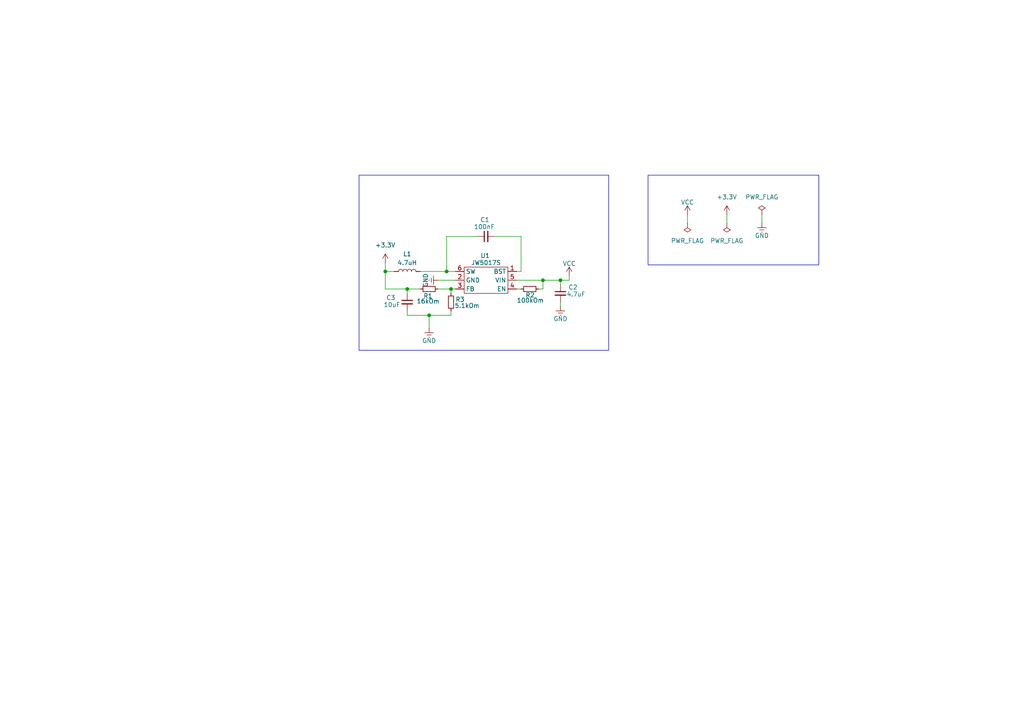
<source format=kicad_sch>
(kicad_sch (version 20250114) (generator "eeschema") (generator_version "9.0")
  (paper "A4")
  (lib_symbols
    (symbol "Device:C_Small" (pin_numbers (hide yes)) (pin_names (offset 0.254) (hide yes))
      (property "Reference" "C" (at 0.254 1.778 0))
      (property "Value" "C_Small" (at 0.254 -2.032 0))
      (symbol "C_Small_0_1"
        (polyline (pts (xy -1.524 0.508) (xy 1.524 0.508)) (stroke (width 0.3048)))
        (polyline (pts (xy -1.524 -0.508) (xy 1.524 -0.508)) (stroke (width 0.3302)))
      )
      (symbol "C_Small_1_1"
        (pin passive line (at 0 2.54 270) (length 2.032) (name "~") (number "1"))
        (pin passive line (at 0 -2.54 90) (length 2.032) (name "~") (number "2"))
      )
    )
    (symbol "Device:L" (pin_numbers (hide yes)) (pin_names (offset 1.016) (hide yes))
      (property "Reference" "L" (at -1.27 0 90))
      (property "Value" "L" (at 1.905 0 90))
      (symbol "L_0_1"
        (arc (start 0 2.54) (mid 0.6323 1.905) (end 0 1.27))
        (arc (start 0 1.27) (mid 0.6323 0.635) (end 0 0))
        (arc (start 0 0) (mid 0.6323 -0.635) (end 0 -1.27))
        (arc (start 0 -1.27) (mid 0.6323 -1.905) (end 0 -2.54))
      )
      (symbol "L_1_1"
        (pin passive line (at 0 3.81 270) (length 1.27) (name "1") (number "1"))
        (pin passive line (at 0 -3.81 90) (length 1.27) (name "2") (number "2"))
      )
    )
    (symbol "Device:R_Small" (pin_numbers (hide yes)) (pin_names (offset 0.254) (hide yes))
      (property "Reference" "R" (at 0.762 0.508 0))
      (property "Value" "R_Small" (at 0.762 -1.016 0))
      (symbol "R_Small_0_1"
        (rectangle (start -0.762 1.778) (end 0.762 -1.778) (stroke (width 0.2032)))
      )
      (symbol "R_Small_1_1"
        (pin passive line (at 0 2.54 270) (length 0.762) (name "~") (number "1"))
        (pin passive line (at 0 -2.54 90) (length 0.762) (name "~") (number "2"))
      )
    )
    (symbol "power:+3.3V" (power) (pin_numbers (hide yes)) (pin_names (offset 0) (hide yes))
      (property "Value" "+3.3V" (at 0 3.556 0))
      (symbol "+3.3V_0_1"
        (polyline (pts (xy -0.762 1.27) (xy 0 2.54)))
        (polyline (pts (xy 0 2.54) (xy 0.762 1.27)))
        (polyline (pts (xy 0 0) (xy 0 2.54)))
      )
      (symbol "+3.3V_1_1"
        (pin power_in line (at 0 0 90) (length 0) (name "~") (number "1"))
      )
    )
    (symbol "power:Earth" (power) (pin_numbers (hide yes)) (pin_names (offset 0) (hide yes))
      (property "Value" "Earth" (at 0 -3.81 0))
      (symbol "Earth_0_1"
        (polyline (pts (xy -0.635 -1.905) (xy 0.635 -1.905)))
        (polyline (pts (xy -0.127 -2.54) (xy 0.127 -2.54)))
        (polyline (pts (xy 0 -1.27) (xy 0 0)))
        (polyline (pts (xy 1.27 -1.27) (xy -1.27 -1.27)))
      )
      (symbol "Earth_1_1"
        (pin power_in line (at 0 0 270) (length 0) (name "~") (number "1"))
      )
    )
    (symbol "power:PWR_FLAG" (power) (pin_numbers (hide yes)) (pin_names (offset 0) (hide yes))
      (property "Value" "PWR_FLAG" (at 0 3.81 0))
      (symbol "PWR_FLAG_0_0"
        (pin power_out line (at 0 0 90) (length 0) (name "~") (number "1"))
      )
      (symbol "PWR_FLAG_0_1"
        (polyline (pts (xy 0 0) (xy 0 1.27) (xy -1.016 1.905) (xy 0 2.54) (xy 1.016 1.905) (xy 0 1.27)))
      )
    )
    (symbol "power:VCC" (power) (pin_numbers (hide yes)) (pin_names (offset 0) (hide yes))
      (property "Value" "VCC" (at 0 3.556 0))
      (symbol "VCC_0_1"
        (polyline (pts (xy -0.762 1.27) (xy 0 2.54)))
        (polyline (pts (xy 0 2.54) (xy 0.762 1.27)))
        (polyline (pts (xy 0 0) (xy 0 2.54)))
      )
      (symbol "VCC_1_1"
        (pin power_in line (at 0 0 90) (length 0) (name "~") (number "1"))
      )
    )
    (symbol "user_library:JW5017S"
      (property "Reference" "U" (at 4.318 9.398 0) (show_name))
      (symbol "JW5017S_0_1"
        (rectangle (start 0 7.62) (end 12.7 0))
      )
      (symbol "JW5017S_1_1"
        (pin power_out line (at -2.54 6.35 0) (length 2.54) (name "SW") (number "6"))
        (pin power_in line (at -2.54 3.81 0) (length 2.54) (name "GND") (number "2"))
        (pin input line (at -2.54 1.27 0) (length 2.54) (name "FB") (number "3"))
        (pin passive line (at 15.24 6.35 180) (length 2.54) (name "BST") (number "1"))
        (pin power_in line (at 15.24 3.81 180) (length 2.54) (name "VIN") (number "5"))
        (pin input line (at 15.24 1.27 180) (length 2.54) (name "EN") (number "4"))
      )
    )
  )
  (rectangle (start 104.14 50.8) (end 176.53 101.6))
  (rectangle (start 187.96 50.8) (end 237.49 76.835))
  (junction (at 130.81 83.82))
  (junction (at 111.76 78.74))
  (junction (at 157.48 81.28))
  (junction (at 162.56 81.28))
  (junction (at 118.11 83.82))
  (junction (at 124.46 91.44))
  (junction (at 129.54 78.74))
  (wire (pts (xy 111.76 83.82) (xy 118.11 83.82)))
  (wire (pts (xy 129.54 78.74) (xy 129.54 68.58)))
  (wire (pts (xy 111.76 78.74) (xy 114.3 78.74)))
  (wire (pts (xy 149.86 83.82) (xy 151.13 83.82)))
  (wire (pts (xy 149.86 81.28) (xy 157.48 81.28)))
  (wire (pts (xy 162.56 87.63) (xy 162.56 88.9)))
  (wire (pts (xy 151.13 68.58) (xy 151.13 78.74)))
  (wire (pts (xy 127 83.82) (xy 130.81 83.82)))
  (wire (pts (xy 111.76 76.2) (xy 111.76 78.74)))
  (wire (pts (xy 162.56 81.28) (xy 162.56 82.55)))
  (wire (pts (xy 130.81 90.17) (xy 130.81 91.44)))
  (wire (pts (xy 124.46 91.44) (xy 124.46 95.25)))
  (wire (pts (xy 132.08 78.74) (xy 129.54 78.74)))
  (wire (pts (xy 124.46 91.44) (xy 130.81 91.44)))
  (wire (pts (xy 220.98 62.23) (xy 220.98 64.77)))
  (wire (pts (xy 149.86 78.74) (xy 151.13 78.74)))
  (wire (pts (xy 210.82 64.77) (xy 210.82 62.23)))
  (wire (pts (xy 118.11 83.82) (xy 121.92 83.82)))
  (wire (pts (xy 157.48 81.28) (xy 162.56 81.28)))
  (wire (pts (xy 111.76 83.82) (xy 111.76 78.74)))
  (wire (pts (xy 143.51 68.58) (xy 151.13 68.58)))
  (wire (pts (xy 129.54 68.58) (xy 138.43 68.58)))
  (wire (pts (xy 165.1 80.01) (xy 165.1 81.28)))
  (wire (pts (xy 162.56 81.28) (xy 165.1 81.28)))
  (wire (pts (xy 118.11 90.17) (xy 118.11 91.44)))
  (wire (pts (xy 199.39 64.77) (xy 199.39 62.23)))
  (wire (pts (xy 130.81 83.82) (xy 130.81 85.09)))
  (wire (pts (xy 118.11 91.44) (xy 124.46 91.44)))
  (wire (pts (xy 130.81 83.82) (xy 132.08 83.82)))
  (wire (pts (xy 132.08 81.28) (xy 127 81.28)))
  (wire (pts (xy 121.92 78.74) (xy 129.54 78.74)))
  (wire (pts (xy 157.48 81.28) (xy 157.48 83.82)))
  (wire (pts (xy 156.21 83.82) (xy 157.48 83.82)))
  (wire (pts (xy 118.11 83.82) (xy 118.11 85.09)))
  (symbol (lib_id "Device:C_Small") (at 140.97 68.58 90) (unit 1)
    (property "Reference" "C1" (at 141.986 63.754 90) (effects (justify left)))
    (property "Value" "100nF" (at 143.51 65.786 90) (effects (justify left)))
    (property "Footprint" "Capacitor_SMD:C_0603_1608Metric" (effects (hide yes)))
    (property "Description" "Unpolarized capacitor, small symbol" (effects (hide yes)))
  )
  (symbol (lib_id "user_library:JW5017S") (at 134.62 85.09 0) (unit 1)
    (property "Reference" "U1" (at 140.716 74.168 0))
    (property "Value" "JW5017S" (at 140.97 76.2 0))
    (property "Footprint" "my_lib:JW5017S" (effects (hide yes)))
  )
  (symbol (lib_id "Device:C_Small") (at 118.11 87.63 0) (unit 1)
    (property "Reference" "C3" (at 112.014 86.36 0) (effects (justify left)))
    (property "Value" "10uF" (at 111.252 88.392 0) (effects (justify left)))
    (property "Footprint" "Capacitor_SMD:C_0805_2012Metric" (effects (hide yes)))
    (property "Description" "Unpolarized capacitor, small symbol" (effects (hide yes)))
  )
  (symbol (lib_id "power:+3.3V") (at 111.76 76.2 0) (unit 1)
    (property "Reference" "#PWR01" (effects (hide yes)))
    (property "Value" "+3.3V" (at 111.76 71.12 0))
    (property "Description" "Power symbol creates a global label with name \"+3.3V\"" (effects (hide yes)))
  )
  (symbol (lib_id "power:VCC") (at 199.39 62.23 0) (unit 1)
    (property "Reference" "#PWR03" (effects (hide yes)))
    (property "Value" "VCC" (at 199.39 58.674 0))
    (property "Description" "Power symbol creates a global label with name \"VCC\"" (effects (hide yes)))
  )
  (symbol (lib_id "power:Earth") (at 220.98 64.77 0) (unit 1)
    (property "Reference" "#PWR035" (effects (hide yes)))
    (property "Value" "GND" (at 220.98 68.326 0))
    (property "Description" "Power symbol creates a global label with name \"Earth\"" (effects (hide yes)))
  )
  (symbol (lib_id "power:PWR_FLAG") (at 199.39 64.77 180) (unit 1)
    (property "Reference" "#FLG01" (effects (hide yes)))
    (property "Value" "PWR_FLAG" (at 199.39 69.85 0))
    (property "Description" "Special symbol for telling ERC where power comes from" (effects (hide yes)))
  )
  (symbol (lib_id "power:PWR_FLAG") (at 210.82 64.77 180) (unit 1)
    (property "Reference" "#FLG02" (effects (hide yes)))
    (property "Value" "PWR_FLAG" (at 210.82 69.85 0))
    (property "Description" "Special symbol for telling ERC where power comes from" (effects (hide yes)))
  )
  (symbol (lib_id "Device:R_Small") (at 124.46 83.82 90) (unit 1)
    (property "Reference" "R1" (at 125.476 85.852 90) (effects (justify left)))
    (property "Value" "16kOm" (at 127.508 87.376 90) (effects (justify left)))
    (property "Footprint" "PCM_Resistor_SMD_AKL:R_0603_1608Metric" (effects (hide yes)))
    (property "Description" "Resistor, small symbol" (effects (hide yes)))
  )
  (symbol (lib_id "Device:R_Small") (at 130.81 87.63 0) (unit 1)
    (property "Reference" "R3" (at 132.08 86.868 0) (effects (justify left)))
    (property "Value" "5.1kOm" (at 131.826 88.646 0) (effects (justify left)))
    (property "Footprint" "PCM_Resistor_SMD_AKL:R_0603_1608Metric" (effects (hide yes)))
    (property "Description" "Resistor, small symbol" (effects (hide yes)))
  )
  (symbol (lib_id "Device:R_Small") (at 153.67 83.82 270) (unit 1)
    (property "Reference" "R2" (at 152.4 85.598 90) (effects (justify left)))
    (property "Value" "100kOm" (at 149.86 87.122 90) (effects (justify left)))
    (property "Footprint" "PCM_Resistor_SMD_AKL:R_0603_1608Metric" (effects (hide yes)))
    (property "Description" "Resistor, small symbol" (effects (hide yes)))
  )
  (symbol (lib_id "power:PWR_FLAG") (at 220.98 62.23 0) (unit 1)
    (property "Reference" "#FLG03" (effects (hide yes)))
    (property "Value" "PWR_FLAG" (at 220.98 57.15 0))
    (property "Description" "Special symbol for telling ERC where power comes from" (effects (hide yes)))
  )
  (symbol (lib_id "power:Earth") (at 127 81.28 270) (unit 1)
    (property "Reference" "#PWR034" (effects (hide yes)))
    (property "Value" "GND" (at 123.444 81.28 0))
    (property "Description" "Power symbol creates a global label with name \"Earth\"" (effects (hide yes)))
  )
  (symbol (lib_id "Device:L") (at 118.11 78.74 90) (unit 1)
    (property "Reference" "L1" (at 118.11 73.66 90))
    (property "Value" "4.7uH" (at 118.11 76.2 90))
    (property "Footprint" "my_lib:SNR3015K-4R7M" (effects (hide yes)))
    (property "Description" "Inductor" (effects (hide yes)))
  )
  (symbol (lib_id "power:Earth") (at 124.46 95.25 0) (unit 1)
    (property "Reference" "#PWR032" (effects (hide yes)))
    (property "Value" "GND" (at 124.46 98.806 0))
    (property "Description" "Power symbol creates a global label with name \"Earth\"" (effects (hide yes)))
  )
  (symbol (lib_id "power:VCC") (at 165.1 80.01 0) (unit 1)
    (property "Reference" "#PWR02" (effects (hide yes)))
    (property "Value" "VCC" (at 165.1 76.454 0))
    (property "Description" "Power symbol creates a global label with name \"VCC\"" (effects (hide yes)))
  )
  (symbol (lib_id "Device:C_Small") (at 162.56 85.09 0) (unit 1)
    (property "Reference" "C2" (at 164.846 83.312 0) (effects (justify left)))
    (property "Value" "4.7uF" (at 164.338 85.344 0) (effects (justify left)))
    (property "Footprint" "Capacitor_SMD:C_0805_2012Metric" (effects (hide yes)))
    (property "Description" "Unpolarized capacitor, small symbol" (effects (hide yes)))
  )
  (symbol (lib_id "power:Earth") (at 162.56 88.9 0) (unit 1)
    (property "Reference" "#PWR033" (effects (hide yes)))
    (property "Value" "GND" (at 162.56 92.456 0))
    (property "Description" "Power symbol creates a global label with name \"Earth\"" (effects (hide yes)))
  )
  (symbol (lib_id "power:+3.3V") (at 210.82 62.23 0) (unit 1)
    (property "Reference" "#PWR04" (effects (hide yes)))
    (property "Value" "+3.3V" (at 210.82 57.15 0))
    (property "Description" "Power symbol creates a global label with name \"+3.3V\"" (effects (hide yes)))
  )
)
</source>
